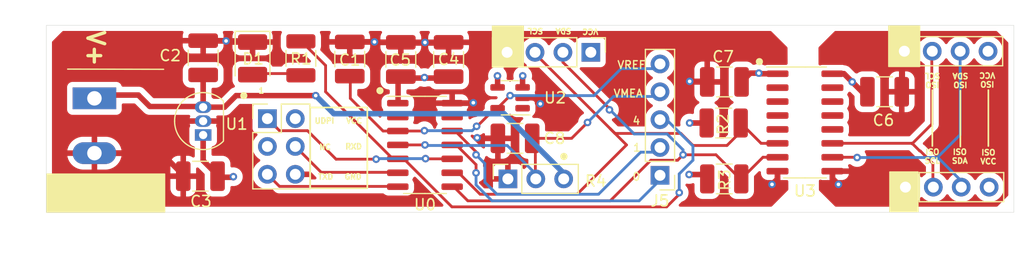
<source format=kicad_pcb>
(kicad_pcb (version 20211014) (generator pcbnew)
  (layers (0 "F.Cu" signal "Front") (1 "In1.Cu" signal) (2 "In2.Cu" signal) (31 "B.Cu" signal "Back") (34 "B.Paste" user) (35 "F.Paste" user) (36 "B.SilkS" user "B.Silkscreen") (37 "F.SilkS" user "F.Silkscreen") (38 "B.Mask" user) (39 "F.Mask" user) (44 "Edge.Cuts" user))
  (net 0 "")
  (net 1 "/VCC")
  (net 2 "/V+")
  (net 3 "/GND")
  (net 4 "/VREF")
  (net 5 "/GPIO2")
  (net 6 "/GPIO1")
  (net 7 "/GPIO0")
  (net 8 "/UPDI")
  (net 9 "/SCL")
  (net 10 "/SDA")
  (net 11 "/TXD")
  (net 12 "/RXD")
  (net 13 "/GPIO4")
  (net 14 "/VMEA")
  (net 15 "/GPIO3")
  (net 24 "/ISO_VCC")
  (net 26 "/ISO_GND")
  (net 27 "/ISO_SDA")
  (net 28 "/ISO_SCL")
  (net 30 "Net-(D1-Pad2)")
  (footprint "Connector_PinHeader_2.54mm:PinHeader_2x03_P2.54mm_Vertical" (layer "F.Cu") (at 128.05 103.2)
    (fp_text reference "J2" hide)
    (fp_text value "Conn_02x03_Odd_Even")
    (fp_line (start 3.87 -1.33) (end 3.87 6.41) (layer "F.SilkS") (width 0.12))
    (fp_line (start 1.27 1.27) (end 1.27 -1.33) (layer "F.SilkS") (width 0.12))
    (fp_line (start -1.33 6.41) (end 3.87 6.41) (layer "F.SilkS") (width 0.12))
    (fp_line (start -1.33 0) (end -1.33 -1.33) (layer "F.SilkS") (width 0.12))
    (fp_line (start 1.27 -1.33) (end 3.87 -1.33) (layer "F.SilkS") (width 0.12))
    (fp_line (start -1.33 1.27) (end -1.33 6.41) (layer "F.SilkS") (width 0.12))
    (fp_line (start -1.33 1.27) (end 1.27 1.27) (layer "F.SilkS") (width 0.12))
    (fp_line (start -1.33 -1.33) (end 0 -1.33) (layer "F.SilkS") (width 0.12))
    (pad "1" thru_hole rect locked (at 0 0) (size 1.7 1.7) (drill 1) (layers *.Cu *.Mask) (net 8 "/UPDI"))
    (pad "2" thru_hole oval locked (at 2.54 0) (size 1.7 1.7) (drill 1) (layers *.Cu *.Mask) (net 1 "/VCC"))
    (pad "3" thru_hole oval locked (at 0 2.54) (size 1.7 1.7) (drill 1) (layers *.Cu *.Mask))
    (pad "4" thru_hole oval locked (at 2.54 2.54) (size 1.7 1.7) (drill 1) (layers *.Cu *.Mask) (net 12 "/RXD"))
    (pad "5" thru_hole oval locked (at 0 5.08) (size 1.7 1.7) (drill 1) (layers *.Cu *.Mask) (net 11 "/TXD"))
    (pad "6" thru_hole oval locked (at 2.54 5.08) (size 1.7 1.7) (drill 1) (layers *.Cu *.Mask) (net 3 "/GND"))
  )
  (footprint "Connector_PinHeader_2.54mm:PinHeader_1x04_P2.54mm_Vertical" (layer "F.Cu") (at 186.15 109.45 90)
    (fp_text reference "J4" hide)
    (fp_text value "Conn_01x04")
    (fp_line (start 1.33 1.27) (end 1.33 8.95) (layer "F.SilkS") (width 0.12))
    (fp_line (start -1.33 1.27) (end -1.33 8.95) (layer "F.SilkS") (width 0.12))
    (fp_line (start -1.33 -1.33) (end 0 -1.33) (layer "F.SilkS") (width 0.12))
    (fp_line (start -1.33 0) (end -1.33 -1.33) (layer "F.SilkS") (width 0.12))
    (fp_line (start -1.33 8.95) (end 1.33 8.95) (layer "F.SilkS") (width 0.12))
    (fp_line (start -1.33 1.27) (end 1.33 1.27) (layer "F.SilkS") (width 0.12))
    (pad "1" thru_hole rect (at 0 0 90) (size 1.7 1.7) (drill 1) (layers *.Cu *.Mask) (net 26 "/ISO_GND"))
    (pad "2" thru_hole oval (at 0 2.54 90) (size 1.7 1.7) (drill 1) (layers *.Cu *.Mask) (net 28 "/ISO_SCL"))
    (pad "3" thru_hole oval (at 0 5.08 90) (size 1.7 1.7) (drill 1) (layers *.Cu *.Mask) (net 27 "/ISO_SDA"))
    (pad "4" thru_hole oval (at 0 7.62 90) (size 1.7 1.7) (drill 1) (layers *.Cu *.Mask) (net 24 "/ISO_VCC"))
  )
  (footprint "Capacitor_SMD:C_1210_3225Metric_Pad1.33x2.70mm_HandSolder" (layer "F.Cu") (at 140.2 97.8 90)
    (fp_text reference "C5" (at -0.05 -0.05 180) (layer "F.SilkS"))
    (fp_text value "10nF")
    (fp_line (start -0.711252 1.36) (end 0.711252 1.36) (layer "F.SilkS") (width 0.12))
    (fp_line (start -0.711252 -1.36) (end 0.711252 -1.36) (layer "F.SilkS") (width 0.12))
    (pad "1" smd roundrect (at -1.5625 0 90) (size 1.325 2.7) (layers "F.Cu" "F.Paste" "F.Mask") (roundrect_rratio 0.1886792453) (net 1 "/VCC"))
    (pad "2" smd roundrect (at 1.5625 0 90) (size 1.325 2.7) (layers "F.Cu" "F.Paste" "F.Mask") (roundrect_rratio 0.1886792453) (net 3 "/GND"))
  )
  (footprint "Package_TO_SOT_SMD:SOT-23-5" (layer "F.Cu") (at 150.15 101.3 180)
    (fp_text reference "U2" (at -4.1 0 180) (layer "F.SilkS"))
    (fp_text value "LM4128")
    (fp_line (start 0 1.56) (end -0.8 1.56) (layer "F.SilkS") (width 0.12))
    (fp_line (start 0 -1.56) (end 0.8 -1.56) (layer "F.SilkS") (width 0.12))
    (fp_line (start 0 1.56) (end 0.8 1.56) (layer "F.SilkS") (width 0.12))
    (fp_line (start 0 -1.56) (end -1.8 -1.56) (layer "F.SilkS") (width 0.12))
    (pad "1" smd roundrect (at -1.1375 -0.95 180) (size 1.325 0.6) (layers "F.Cu" "F.Paste" "F.Mask"))
    (pad "2" smd roundrect (at -1.1375 0 180) (size 1.325 0.6) (layers "F.Cu" "F.Paste" "F.Mask") (net 3 "/GND"))
    (pad "3" smd roundrect (at -1.1375 0.95 180) (size 1.325 0.6) (layers "F.Cu" "F.Paste" "F.Mask") (net 1 "/VCC"))
    (pad "4" smd roundrect (at 1.1375 0.95 180) (size 1.325 0.6) (layers "F.Cu" "F.Paste" "F.Mask") (net 1 "/VCC"))
    (pad "5" smd roundrect (at 1.1375 -0.95 180) (size 1.325 0.6) (layers "F.Cu" "F.Paste" "F.Mask") (net 4 "/VREF"))
  )
  (footprint "Capacitor_SMD:C_1210_3225Metric_Pad1.33x2.70mm_HandSolder" (layer "F.Cu") (at 169.6625 99.85)
    (fp_text reference "C7" (at -0.1125 -2.3) (layer "F.SilkS"))
    (fp_text value "100n")
    (fp_line (start -0.711252 -1.36) (end 0.711252 -1.36) (layer "F.SilkS") (width 0.12))
    (fp_line (start -0.711252 1.36) (end 0.711252 1.36) (layer "F.SilkS") (width 0.12))
    (pad "1" smd roundrect (at -1.5625 0) (size 1.325 2.7) (layers "F.Cu" "F.Paste" "F.Mask") (roundrect_rratio 0.1886792453) (net 3 "/GND"))
    (pad "2" smd roundrect (at 1.5625 0) (size 1.325 2.7) (layers "F.Cu" "F.Paste" "F.Mask") (roundrect_rratio 0.1886792453) (net 1 "/VCC"))
  )
  (footprint "Package_SO:SOP-16_3.9x9.9mm_P1.27mm" (layer "F.Cu") (at 177 103.55)
    (fp_text reference "U3" (at 0 6.25) (layer "F.SilkS"))
    (fp_text value "MAX14850")
    (fp_line (start 0 5.06) (end 1.95 5.06) (layer "F.SilkS") (width 0.12))
    (fp_line (start 0 -5.06) (end -3.5 -5.06) (layer "F.SilkS") (width 0.12))
    (fp_line (start 0 -5.06) (end 1.95 -5.06) (layer "F.SilkS") (width 0.12))
    (fp_line (start 0 5.06) (end -1.95 5.06) (layer "F.SilkS") (width 0.12))
    (pad "1" smd roundrect (at -2.5 -4.445) (size 2 0.6) (layers "F.Cu" "F.Paste" "F.Mask") (net 1 "/VCC"))
    (pad "2" smd roundrect (at -2.5 -3.175) (size 2 0.6) (layers "F.Cu" "F.Paste" "F.Mask"))
    (pad "3" smd roundrect (at -2.5 -1.905) (size 2 0.6) (layers "F.Cu" "F.Paste" "F.Mask"))
    (pad "4" smd roundrect (at -2.5 -0.635) (size 2 0.6) (layers "F.Cu" "F.Paste" "F.Mask"))
    (pad "5" smd roundrect (at -2.5 0.635) (size 2 0.6) (layers "F.Cu" "F.Paste" "F.Mask"))
    (pad "6" smd roundrect (at -2.5 1.905) (size 2 0.6) (layers "F.Cu" "F.Paste" "F.Mask") (net 9 "/SCL"))
    (pad "7" smd roundrect (at -2.5 3.175) (size 2 0.6) (layers "F.Cu" "F.Paste" "F.Mask") (net 10 "/SDA"))
    (pad "8" smd roundrect (at -2.5 4.445) (size 2 0.6) (layers "F.Cu" "F.Paste" "F.Mask") (net 3 "/GND"))
    (pad "9" smd roundrect (at 2.5 4.445) (size 2 0.6) (layers "F.Cu" "F.Paste" "F.Mask") (net 26 "/ISO_GND"))
    (pad "10" smd roundrect (at 2.5 3.175) (size 2 0.6) (layers "F.Cu" "F.Paste" "F.Mask") (net 27 "/ISO_SDA"))
    (pad "11" smd roundrect (at 2.5 1.905) (size 2 0.6) (layers "F.Cu" "F.Paste" "F.Mask") (net 28 "/ISO_SCL"))
    (pad "12" smd roundrect (at 2.5 0.635) (size 2 0.6) (layers "F.Cu" "F.Paste" "F.Mask"))
    (pad "13" smd roundrect (at 2.5 -0.635) (size 2 0.6) (layers "F.Cu" "F.Paste" "F.Mask"))
    (pad "14" smd roundrect (at 2.5 -1.905) (size 2 0.6) (layers "F.Cu" "F.Paste" "F.Mask"))
    (pad "15" smd roundrect (at 2.5 -3.175) (size 2 0.6) (layers "F.Cu" "F.Paste" "F.Mask"))
    (pad "16" smd roundrect (at 2.5 -4.445) (size 2 0.6) (layers "F.Cu" "F.Paste" "F.Mask") (net 24 "/ISO_VCC"))
  )
  (footprint "Capacitor_SMD:C_1210_3225Metric_Pad1.33x2.70mm_HandSolder" (layer "F.Cu") (at 135.55 97.7625 90)
    (fp_text reference "C1" (at -0.0875 0 180) (layer "F.SilkS"))
    (fp_text value "100nF")
    (fp_line (start -0.711252 -1.36) (end 0.711252 -1.36) (layer "F.SilkS") (width 0.12))
    (fp_line (start -0.711252 1.36) (end 0.711252 1.36) (layer "F.SilkS") (width 0.12))
    (pad "1" smd roundrect (at -1.5625 0 90) (size 1.325 2.7) (layers "F.Cu" "F.Paste" "F.Mask") (roundrect_rratio 0.1886792453) (net 4 "/VREF"))
    (pad "2" smd roundrect (at 1.5625 0 90) (size 1.325 2.7) (layers "F.Cu" "F.Paste" "F.Mask") (roundrect_rratio 0.1886792453) (net 3 "/GND"))
  )
  (footprint "Capacitor_SMD:C_1210_3225Metric_Pad1.33x2.70mm_HandSolder" (layer "F.Cu") (at 150.6 105 180)
    (fp_text reference "C8" (at -3.6 0) (layer "F.SilkS"))
    (fp_text value "11nF")
    (fp_line (start -0.711252 1.36) (end 0.711252 1.36) (layer "F.SilkS") (width 0.12))
    (fp_line (start -0.711252 -1.36) (end 0.711252 -1.36) (layer "F.SilkS") (width 0.12))
    (pad "1" smd roundrect (at -1.5625 0 180) (size 1.325 2.7) (layers "F.Cu" "F.Paste" "F.Mask") (roundrect_rratio 0.188679) (net 14 "/VMEA"))
    (pad "2" smd roundrect (at 1.5625 0 180) (size 1.325 2.7) (layers "F.Cu" "F.Paste" "F.Mask") (roundrect_rratio 0.188679) (net 3 "/GND"))
  )
  (footprint "Connector_PinHeader_2.54mm:PinHeader_1x04_P2.54mm_Vertical" (layer "F.Cu") (at 157.5 97.15 -90)
    (fp_text reference "J1" hide)
    (fp_text value "Conn_01x04")
    (fp_line (start -1.33 8.95) (end 1.33 8.95) (layer "F.SilkS") (width 0.12))
    (fp_line (start -1.33 1.27) (end 1.33 1.27) (layer "F.SilkS") (width 0.12))
    (fp_line (start -1.33 1.27) (end -1.33 8.95) (layer "F.SilkS") (width 0.12))
    (fp_line (start -1.33 -1.33) (end 0 -1.33) (layer "F.SilkS") (width 0.12))
    (fp_line (start -1.33 0) (end -1.33 -1.33) (layer "F.SilkS") (width 0.12))
    (fp_line (start 1.33 1.27) (end 1.33 8.95) (layer "F.SilkS") (width 0.12))
    (pad "1" thru_hole rect (at 0 0 270) (size 1.7 1.7) (drill 1) (layers *.Cu *.Mask) (net 1 "/VCC"))
    (pad "2" thru_hole oval (at 0 2.54 270) (size 1.7 1.7) (drill 1) (layers *.Cu *.Mask) (net 10 "/SDA"))
    (pad "3" thru_hole oval (at 0 5.08 270) (size 1.7 1.7) (drill 1) (layers *.Cu *.Mask) (net 9 "/SCL"))
    (pad "4" thru_hole oval (at 0 7.62 270) (size 1.7 1.7) (drill 1) (layers *.Cu *.Mask) (net 3 "/GND"))
  )
  (footprint "Resistor_SMD:R_1210_3225Metric_Pad1.30x2.65mm_HandSolder" (layer "F.Cu") (at 169.6 103.6)
    (fp_text reference "R2" (at -0.05 0.1 270) (layer "F.SilkS"))
    (fp_text value "3.3k")
    (fp_line (start -0.723737 -1.355) (end 0.723737 -1.355) (layer "F.SilkS") (width 0.12))
    (fp_line (start -0.723737 1.355) (end 0.723737 1.355) (layer "F.SilkS") (width 0.12))
    (pad "1" smd roundrect (at -1.55 0) (size 1.3 2.65) (layers "F.Cu" "F.Paste" "F.Mask") (roundrect_rratio 0.1923076923) (net 1 "/VCC"))
    (pad "2" smd roundrect (at 1.55 0) (size 1.3 2.65) (layers "F.Cu" "F.Paste" "F.Mask") (roundrect_rratio 0.1923076923) (net 9 "/SCL"))
  )
  (footprint "Package_TO_SOT_THT:TO-92_Inline" (layer "F.Cu") (at 122.2 104.695 90)
    (fp_text reference "U1" (at 0.995 3.05) (layer "F.SilkS"))
    (fp_text value "L78L05_TO92")
    (fp_line (start -0.53 1.85) (end 3.07 1.85) (layer "F.SilkS") (width 0.12))
    (fp_arc (start -0.568478 1.838478) (mid -1.132087 -0.994977) (end 1.27 -2.6) (layer "F.SilkS") (width 0.12))
    (fp_arc (start 1.27 -2.6) (mid 3.672087 -0.994977) (end 3.108478 1.838478) (layer "F.SilkS") (width 0.12))
    (pad "1" thru_hole rect (at 0 0 90) (size 1.05 1.5) (drill 0.75) (layers *.Cu *.Mask) (net 1 "/VCC"))
    (pad "2" thru_hole oval (at 1.27 0 90) (size 1.05 1.5) (drill 0.75) (layers *.Cu *.Mask) (net 3 "/GND"))
    (pad "3" thru_hole oval (at 2.54 0 90) (size 1.05 1.5) (drill 0.75) (layers *.Cu *.Mask) (net 2 "/V+"))
  )
  (footprint "Connector_PinSocket_2.54mm:PinSocket_1x03_P2.54mm_Vertical" (layer "F.Cu") (at 149.95 108.7 90)
    (fp_text reference "R4" (at -0.2 8) (layer "F.SilkS"))
    (fp_text value "MPMT10019001AT1")
    (fp_line (start -1.33 1.27) (end 1.33 1.27) (layer "F.SilkS") (width 0.12))
    (fp_line (start 1.33 1.27) (end 1.33 6.41) (layer "F.SilkS") (width 0.12))
    (fp_line (start 1.33 -1.33) (end 1.33 0) (layer "F.SilkS") (width 0.12))
    (fp_line (start -1.33 6.41) (end 1.33 6.41) (layer "F.SilkS") (width 0.12))
    (fp_line (start 0 -1.33) (end 1.33 -1.33) (layer "F.SilkS") (width 0.12))
    (fp_line (start -1.33 1.27) (end -1.33 6.41) (layer "F.SilkS") (width 0.12))
    (pad "1" thru_hole rect (at 0 0 90) (size 1.7 1.7) (drill 1) (layers *.Cu *.Mask) (net 3 "/GND"))
    (pad "2" thru_hole oval (at 0 2.54 90) (size 1.7 1.7) (drill 1) (layers *.Cu *.Mask) (net 14 "/VMEA"))
    (pad "3" thru_hole oval (at 0 5.08 90) (size 1.7 1.7) (drill 1) (layers *.Cu *.Mask) (net 2 "/V+"))
  )
  (footprint "Package_SO:SOIC-14_3.9x8.7mm_P1.27mm" (layer "F.Cu") (at 142.4 105.6)
    (fp_text reference "U0" (at 0 5.45) (layer "F.SilkS"))
    (fp_text value "ATtiny404-SS")
    (fp_line (start 0 4.435) (end 1.95 4.435) (layer "F.SilkS") (width 0.12))
    (fp_line (start 0 -4.435) (end 1.95 -4.435) (layer "F.SilkS") (width 0.12))
    (fp_line (start 0 4.435) (end -1.95 4.435) (layer "F.SilkS") (width 0.12))
    (fp_line (start 0 -4.435) (end -3.45 -4.435) (layer "F.SilkS") (width 0.12))
    (pad "1" smd roundrect (at -2.475 -3.81) (size 1.95 0.6) (layers "F.Cu" "F.Paste" "F.Mask") (net 1 "/VCC"))
    (pad "2" smd roundrect (at -2.475 -2.54) (size 1.95 0.6) (layers "F.Cu" "F.Paste" "F.Mask") (net 15 "/GPIO3"))
    (pad "3" smd roundrect (at -2.475 -1.27) (size 1.95 0.6) (layers "F.Cu" "F.Paste" "F.Mask") (net 4 "/VREF"))
    (pad "4" smd roundrect (at -2.475 0) (size 1.95 0.6) (layers "F.Cu" "F.Paste" "F.Mask") (net 14 "/VMEA"))
    (pad "5" smd roundrect (at -2.475 1.27) (size 1.95 0.6) (layers "F.Cu" "F.Paste" "F.Mask") (net 13 "/GPIO4"))
    (pad "6" smd roundrect (at -2.475 2.54) (size 1.95 0.6) (layers "F.Cu" "F.Paste" "F.Mask") (net 12 "/RXD"))
    (pad "7" smd roundrect (at -2.475 3.81) (size 1.95 0.6) (layers "F.Cu" "F.Paste" "F.Mask") (net 11 "/TXD"))
    (pad "8" smd roundrect (at 2.475 3.81) (size 1.95 0.6) (layers "F.Cu" "F.Paste" "F.Mask") (net 10 "/SDA"))
    (pad "9" smd roundrect (at 2.475 2.54) (size 1.95 0.6) (layers "F.Cu" "F.Paste" "F.Mask") (net 9 "/SCL"))
    (pad "10" smd roundrect (at 2.475 1.27) (size 1.95 0.6) (layers "F.Cu" "F.Paste" "F.Mask") (net 8 "/UPDI"))
    (pad "11" smd roundrect (at 2.475 0) (size 1.95 0.6) (layers "F.Cu" "F.Paste" "F.Mask") (net 7 "/GPIO0"))
    (pad "12" smd roundrect (at 2.475 -1.27) (size 1.95 0.6) (layers "F.Cu" "F.Paste" "F.Mask") (net 6 "/GPIO1"))
    (pad "13" smd roundrect (at 2.475 -2.54) (size 1.95 0.6) (layers "F.Cu" "F.Paste" "F.Mask") (net 5 "/GPIO2"))
    (pad "14" smd roundrect (at 2.475 -3.81) (size 1.95 0.6) (layers "F.Cu" "F.Paste" "F.Mask") (net 3 "/GND"))
  )
  (footprint "Resistor_SMD:R_1210_3225Metric_Pad1.30x2.65mm_HandSolder" (layer "F.Cu") (at 169.65 108.7)
    (fp_text reference "R3" (at 0.05 0.1 270) (layer "F.SilkS"))
    (fp_text value "3.3k")
    (fp_line (start -0.723737 -1.355) (end 0.723737 -1.355) (layer "F.SilkS") (width 0.12))
    (fp_line (start -0.723737 1.355) (end 0.723737 1.355) (layer "F.SilkS") (width 0.12))
    (pad "1" smd roundrect (at -1.55 0) (size 1.3 2.65) (layers "F.Cu" "F.Paste" "F.Mask") (roundrect_rratio 0.1923076923) (net 1 "/VCC"))
    (pad "2" smd roundrect (at 1.55 0) (size 1.3 2.65) (layers "F.Cu" "F.Paste" "F.Mask") (roundrect_rratio 0.1923076923) (net 10 "/SDA"))
  )
  (footprint "Capacitor_SMD:C_1210_3225Metric_Pad1.33x2.70mm_HandSolder" (layer "F.Cu") (at 144.55 97.8 90)
    (fp_text reference "C4" (at 0 0 180) (layer "F.SilkS"))
    (fp_text value "100nF")
    (fp_line (start -0.711252 -1.36) (end 0.711252 -1.36) (layer "F.SilkS") (width 0.12))
    (fp_line (start -0.711252 1.36) (end 0.711252 1.36) (layer "F.SilkS") (width 0.12))
    (pad "1" smd roundrect (at -1.5625 0 90) (size 1.325 2.7) (layers "F.Cu" "F.Paste" "F.Mask") (roundrect_rratio 0.1886792453) (net 1 "/VCC"))
    (pad "2" smd roundrect (at 1.5625 0 90) (size 1.325 2.7) (layers "F.Cu" "F.Paste" "F.Mask") (roundrect_rratio 0.1886792453) (net 3 "/GND"))
  )
  (footprint "Connector_PinHeader_2.54mm:PinHeader_1x05_P2.54mm_Vertical" (layer "F.Cu") (at 163.8 108.375 180)
    (fp_text reference "J5" (at 0 -2.33) (layer "F.SilkS"))
    (fp_text value "Conn_01x05")
    (fp_line (start -1.33 -1.33) (end 0 -1.33) (layer "F.SilkS") (width 0.12))
    (fp_line (start -1.33 11.49) (end 1.33 11.49) (layer "F.SilkS") (width 0.12))
    (fp_line (start 1.33 1.27) (end 1.33 11.49) (layer "F.SilkS") (width 0.12))
    (fp_line (start -1.33 1.27) (end -1.33 11.49) (layer "F.SilkS") (width 0.12))
    (fp_line (start -1.33 0) (end -1.33 -1.33) (layer "F.SilkS") (width 0.12))
    (fp_line (start -1.33 1.27) (end 1.33 1.27) (layer "F.SilkS") (width 0.12))
    (pad "1" thru_hole rect (at 0 0 180) (size 1.7 1.7) (drill 1) (layers *.Cu *.Mask) (net 7 "/GPIO0"))
    (pad "2" thru_hole oval (at 0 2.54 180) (size 1.7 1.7) (drill 1) (layers *.Cu *.Mask) (net 6 "/GPIO1"))
    (pad "3" thru_hole oval (at 0 5.08 180) (size 1.7 1.7) (drill 1) (layers *.Cu *.Mask) (net 13 "/GPIO4"))
    (pad "4" thru_hole oval (at 0 7.62 180) (size 1.7 1.7) (drill 1) (layers *.Cu *.Mask) (net 14 "/VMEA"))
    (pad "5" thru_hole oval (at 0 10.16 180) (size 1.7 1.7) (drill 1) (layers *.Cu *.Mask) (net 4 "/VREF"))
  )
  (footprint "Capacitor_SMD:C_1210_3225Metric_Pad1.33x2.70mm_HandSolder" (layer "F.Cu") (at 184.25 100.75)
    (fp_text reference "C6" (at -0.1 2.6) (layer "F.SilkS"))
    (fp_text value "100n")
    (fp_line (start -0.711252 1.36) (end 0.711252 1.36) (layer "F.SilkS") (width 0.12))
    (fp_line (start -0.711252 -1.36) (end 0.711252 -1.36) (layer "F.SilkS") (width 0.12))
    (pad "1" smd roundrect (at -1.5625 0) (size 1.325 2.7) (layers "F.Cu" "F.Paste" "F.Mask") (roundrect_rratio 0.1886792453) (net 24 "/ISO_VCC"))
    (pad "2" smd roundrect (at 1.5625 0) (size 1.325 2.7) (layers "F.Cu" "F.Paste" "F.Mask") (roundrect_rratio 0.1886792453) (net 26 "/ISO_GND"))
  )
  (footprint "LED_SMD:LED_1210_3225Metric_Pad1.42x2.65mm_HandSolder" (layer "F.Cu") (at 126.7 97.7 -90)
    (fp_text reference "D1" (at 0.05 -0.05 180) (layer "F.SilkS"))
    (fp_text value "LED")
    (fp_line (start -2.46 1.585) (end 1.6 1.585) (layer "F.SilkS") (width 0.12))
    (fp_line (start -2.46 -1.585) (end -2.46 1.585) (layer "F.SilkS") (width 0.12))
    (fp_line (start 1.6 -1.585) (end -2.46 -1.585) (layer "F.SilkS") (width 0.12))
    (pad "1" smd roundrect (at -1.4875 0 270) (size 1.425 2.65) (layers "F.Cu" "F.Paste" "F.Mask") (roundrect_rratio 0.1754392982) (net 3 "/GND"))
    (pad "2" smd roundrect (at 1.4875 0 270) (size 1.425 2.65) (layers "F.Cu" "F.Paste" "F.Mask") (roundrect_rratio 0.1754392982) (net 30 "Net-(D1-Pad2)"))
  )
  (footprint "TerminalBlock:TerminalBlock_Altech_AK300-2_P5.00mm" (layer "F.Cu") (at 112.3 101.35 -90)
    (fp_text reference "J0" hide)
    (fp_text value "Conn_02x01")
    (fp_line (start 8.2 -1.2) (end 8.2 -6.3) (layer "F.SilkS") (width 0.12))
    (fp_line (start -2.65 -6.3) (end -2.667 2.4384) (layer "F.SilkS") (width 0.12))
    (fp_line (start 8.2 -1.2) (end 8.2042 2.4384) (layer "F.SilkS") (width 0.12))
    (pad "1" thru_hole rect (at 0 0 270) (size 1.98 3.96) (drill 1.32) (layers *.Cu *.Mask) (net 2 "/V+"))
    (pad "2" thru_hole oval (at 5 0 270) (size 1.98 3.96) (drill 1.32) (layers *.Cu *.Mask) (net 3 "/GND"))
  )
  (footprint "Connector_PinHeader_2.54mm:PinHeader_1x04_P2.54mm_Vertical" (layer "F.Cu") (at 186.05 97.05 90)
    (fp_text reference "J3" hide)
    (fp_text value "Conn_01x04")
    (fp_line (start 1.33 1.27) (end 1.33 8.95) (layer "F.SilkS") (width 0.12))
    (fp_line (start -1.33 1.27) (end 1.33 1.27) (layer "F.SilkS") (width 0.12))
    (fp_line (start -1.33 8.95) (end 1.33 8.95) (layer "F.SilkS") (width 0.12))
    (fp_line (start -1.33 1.27) (end -1.33 8.95) (layer "F.SilkS") (width 0.12))
    (fp_line (start -1.33 0) (end -1.33 -1.33) (layer "F.SilkS") (width 0.12))
    (fp_line (start -1.33 -1.33) (end 0 -1.33) (layer "F.SilkS") (width 0.12))
    (pad "1" thru_hole rect (at 0 0 90) (size 1.7 1.7) (drill 1) (layers *.Cu *.Mask) (net 26 "/ISO_GND"))
    (pad "2" thru_hole oval (at 0 2.54 90) (size 1.7 1.7) (drill 1) (layers *.Cu *.Mask) (net 28 "/ISO_SCL"))
    (pad "3" thru_hole oval (at 0 5.08 90) (size 1.7 1.7) (drill 1) (layers *.Cu *.Mask) (net 27 "/ISO_SDA"))
    (pad "4" thru_hole oval (at 0 7.62 90) (size 1.7 1.7) (drill 1) (layers *.Cu *.Mask) (net 24 "/ISO_VCC"))
  )
  (footprint "Capacitor_SMD:C_1210_3225Metric_Pad1.33x2.70mm_HandSolder" (layer "F.Cu") (at 121.95 108.45 180)
    (fp_text reference "C3" (at -0.05 -2.3) (layer "F.SilkS"))
    (fp_text value "100n")
    (fp_line (start -0.711252 -1.36) (end 0.711252 -1.36) (layer "F.SilkS") (width 0.12))
    (fp_line (start -0.711252 1.36) (end 0.711252 1.36) (layer "F.SilkS") (width 0.12))
    (pad "1" smd roundrect (at -1.5625 0 180) (size 1.325 2.7) (layers "F.Cu" "F.Paste" "F.Mask") (roundrect_rratio 0.1886792453) (net 1 "/VCC"))
    (pad "2" smd roundrect (at 1.5625 0 180) (size 1.325 2.7) (layers "F.Cu" "F.Paste" "F.Mask") (roundrect_rratio 0.1886792453) (net 3 "/GND"))
  )
  (footprint "Resistor_SMD:R_1210_3225Metric_Pad1.30x2.65mm_HandSolder" (layer "F.Cu") (at 131.1 97.7 -90)
    (fp_text reference "R1" (at 0.05 0) (layer "F.SilkS"))
    (fp_text value "100")
    (fp_line (start -0.723737 -1.355) (end 0.723737 -1.355) (layer "F.SilkS") (width 0.12))
    (fp_line (start -0.723737 1.355) (end 0.723737 1.355) (layer "F.SilkS") (width 0.12))
    (pad "1" smd roundrect (at -1.55 0 270) (size 1.3 2.65) (layers "F.Cu" "F.Paste" "F.Mask") (roundrect_rratio 0.1923076923) (net 13 "/GPIO4"))
    (pad "2" smd roundrect (at 1.55 0 270) (size 1.3 2.65) (layers "F.Cu" "F.Paste" "F.Mask") (roundrect_rratio 0.1923076923) (net 30 "Net-(D1-Pad2)"))
  )
  (footprint "Capacitor_SMD:C_1210_3225Metric_Pad1.33x2.70mm_HandSolder" (layer "F.Cu") (at 122.2 97.65 90)
    (fp_text reference "C2" (at 0.2 -3) (layer "F.SilkS"))
    (fp_text value "330n")
    (fp_line (start -0.711252 -1.36) (end 0.711252 -1.36) (layer "F.SilkS") (width 0.12))
    (fp_line (start -0.711252 1.36) (end 0.711252 1.36) (layer "F.SilkS") (width 0.12))
    (pad "1" smd roundrect (at -1.5625 0 90) (size 1.325 2.7) (layers "F.Cu" "F.Paste" "F.Mask") (roundrect_rratio 0.1886792453) (net 2 "/V+"))
    (pad "2" smd roundrect (at 1.5625 0 90) (size 1.325 2.7) (layers "F.Cu" "F.Paste" "F.Mask") (roundrect_rratio 0.1886792453) (net 3 "/GND"))
  )
  (gr_rect (start 107.95 108.25) (end 118.7 111.75) (layer "F.SilkS") (width 0.1) (fill solid))
  (gr_rect (start 184.62 94.72) (end 187.45 98.45) (layer "F.SilkS") (width 0.1) (fill solid))
  (gr_circle (center 155.05 106.65) (end 155.3 106.65) (layer "F.SilkS") (width 0.1524) (fill solid))
  (gr_circle (center 125.9 101.1) (end 126.15 101.1) (layer "F.SilkS") (width 0.1524) (fill solid))
  (gr_rect (start 137.15 102.185) (end 131.95 109.55) (layer "F.SilkS") (width 0.1524) (fill none))
  (gr_rect (start 148.535 94.75) (end 151.365 98.48) (layer "F.SilkS") (width 0.1) (fill solid))
  (gr_circle (center 172.85 98) (end 173.1 98) (layer "F.SilkS") (width 0.1524) (fill solid))
  (gr_circle (center 138.3 100.65) (end 138.55 100.65) (layer "F.SilkS") (width 0.1524) (fill solid))
  (gr_line (start 188.6 100.6) (end 188.6 105.7) (layer "F.SilkS") (width 0.1524))
  (gr_line (start 193.7 100.6) (end 193.7 105.7) (layer "F.SilkS") (width 0.1524))
  (gr_rect (start 187.3 111.69) (end 184.72 108.06) (layer "F.SilkS") (width 0.1) (fill solid))
  (gr_line (start 191.15 100.65) (end 191.15 105.75) (layer "F.SilkS") (width 0.1524))
  (gr_rect (start 107.925 94.692) (end 196.025 111.742) (layer "Edge.Cuts") (width 0.0381) (fill none))
  (gr_text "VREF" (at 161.2 98.3) (layer "F.SilkS") (effects (font (size 0.7 0.7) (thickness 0.125))))
  (gr_text "TXD" (at 133.35 108.5) (layer "F.SilkS") (effects (font (size 0.5 0.5) (thickness 0.125))))
  (gr_text "V+" (at 112.4 96.8 270) (layer "F.SilkS") (effects (font (size 1.524 1.524) (thickness 0.3048))))
  (gr_text "ISO\nSCL\n" (at 188.6 99.7 180) (layer "F.SilkS") (effects (font (size 0.5 0.5) (thickness 0.125))))
  (gr_text "UDPI\n" (at 133.25 103.4) (layer "F.SilkS") (effects (font (size 0.5 0.5) (thickness 0.125))))
  (gr_text "SCL\n" (at 152.45 95.2 180) (layer "F.SilkS") (effects (font (size 0.5 0.5) (thickness 0.125))))
  (gr_text "VMEA" (at 160.9 100.9) (layer "F.SilkS") (effects (font (size 0.7 0.7) (thickness 0.125))))
  (gr_text "ISO\nVCC" (at 193.7 106.7) (layer "F.SilkS") (effects (font (size 0.5 0.5) (thickness 0.125))))
  (gr_text "VCC" (at 135.95 103.4) (layer "F.SilkS") (effects (font (size 0.5 0.5) (thickness 0.125))))
  (gr_text "NC" (at 133.3 105.8) (layer "F.SilkS") (effects (font (size 0.5 0.5) (thickness 0.125))))
  (gr_text "4" (at 161.65 103.4) (layer "F.SilkS") (effects (font (size 0.7 0.7) (thickness 0.125))))
  (gr_text "ISO\nSCL\n" (at 188.6 106.65) (layer "F.SilkS") (effects (font (size 0.5 0.5) (thickness 0.125))))
  (gr_text "RXD" (at 135.9 105.75) (layer "F.SilkS") (effects (font (size 0.5 0.5) (thickness 0.125))))
  (gr_text "1\n" (at 127.5 100.65) (layer "F.SilkS") (effects (font (size 0.5 0.5) (thickness 0.125))))
  (gr_text "1" (at 161.7 105.85) (layer "F.SilkS") (effects (font (size 0.7 0.7) (thickness 0.125))))
  (gr_text "GND" (at 135.85 108.5) (layer "F.SilkS") (effects (font (size 0.5 0.5) (thickness 0.125))))
  (gr_text "SDA" (at 155 95.2 180) (layer "F.SilkS") (effects (font (size 0.5 0.5) (thickness 0.125))))
  (gr_text "VCC" (at 157.45 95.25 180) (layer "F.SilkS") (effects (font (size 0.5 0.5) (thickness 0.125))))
  (gr_text "ISO\nSDA" (at 191.1 106.65) (layer "F.SilkS") (effects (font (size 0.5 0.5) (thickness 0.125))))
  (gr_text "ISO\nSDA" (at 191.15 99.7 180) (layer "F.SilkS") (effects (font (size 0.5 0.5) (thickness 0.125))))
  (gr_text "0\n" (at 161.65 108.5) (layer "F.SilkS") (effects (font (size 0.7 0.7) (thickness 0.125))))
  (gr_text "ISO\nVCC\n" (at 193.6 99.65 180) (layer "F.SilkS") (effects (font (size 0.5 0.5) (thickness 0.125))))
  (segment (start 149.0125 99.3125) (end 149.0125 100.35) (width 0.5) (layer "F.Cu") (net 1))
  (segment (start 140.3375 99.5) (end 144.4125 99.5) (width 0.5) (layer "F.Cu") (net 1))
  (segment (start 166.5 103.6) (end 168.05 103.6) (width 0.508) (layer "F.Cu") (net 1))
  (segment (start 144.4125 99.5) (end 144.55 99.3625) (width 0.5) (layer "F.Cu") (net 1))
  (segment (start 172.8 99.05) (end 172.855 99.105) (width 0.508) (layer "F.Cu") (net 1))
  (segment (start 149 99.3) (end 149.0125 99.3125) (width 0.5) (layer "F.Cu") (net 1))
  (segment (start 123.7175 108.55) (end 122.2 107.0325) (width 0.508) (layer "F.Cu") (net 1))
  (segment (start 151.2875 99.3125) (end 151.2875 100.35) (width 0.5) (layer "F.Cu") (net 1))
  (segment (start 151.3 99.3) (end 151.2875 99.3125) (width 0.5) (layer "F.Cu") (net 1))
  (segment (start 167.7 108.3) (end 168.1 108.7) (width 0.508) (layer "F.Cu") (net 1))
  (segment (start 139.95 101.765) (end 139.925 101.79) (width 0.5) (layer "F.Cu") (net 1))
  (segment (start 172.855 99.105) (end 174.5 99.105) (width 0.508) (layer "F.Cu") (net 1))
  (segment (start 140.3375 99.5) (end 139.95 99.8875) (width 0.5) (layer "F.Cu") (net 1))
  (segment (start 140.2 99.3625) (end 140.3375 99.5) (width 0.5) (layer "F.Cu") (net 1))
  (segment (start 139.95 99.8875) (end 139.95 101.765) (width 0.5) (layer "F.Cu") (net 1))
  (segment (start 124.95 108.5) (end 124.9 108.55) (width 0.508) (layer "F.Cu") (net 1))
  (segment (start 172.025 99.05) (end 171.225 99.85) (width 0.508) (layer "F.Cu") (net 1))
  (segment (start 122.2 107.0325) (end 122.2 104.695) (width 0.508) (layer "F.Cu") (net 1))
  (segment (start 172.7625 99.05) (end 172.025 99.05) (width 0.508) (layer "F.Cu") (net 1))
  (segment (start 124.9 108.55) (end 123.7175 108.55) (width 0.508) (layer "F.Cu") (net 1))
  (segment (start 166.45 108.3) (end 167.7 108.3) (width 0.508) (layer "F.Cu") (net 1))
  (via (at 166.5 103.6) (size 0.6858) (drill 0.3302) (layers "F.Cu" "B.Cu") (net 1))
  (via (at 166.45 108.3) (size 0.6858) (drill 0.3302) (layers "F.Cu" "B.Cu") (net 1))
  (via (at 151.3 99.3) (size 0.6858) (drill 0.3302) (layers "F.Cu" "B.Cu") (net 1))
  (via (at 142.35 99.45) (size 0.6858) (drill 0.3302) (layers "F.Cu" "B.Cu") (net 1))
  (via (at 124.95 108.5) (size 0.6858) (drill 0.3302) (layers "F.Cu" "B.Cu") (net 1))
  (via (at 172.8 99.05) (size 0.6858) (drill 0.3302) (layers "F.Cu" "B.Cu") (net 1))
  (via (at 149 99.3) (size 0.6858) (drill 0.3302) (layers "F.Cu" "B.Cu") (net 1))
  (segment (start 125.2 101.1) (end 124.145 102.155) (width 0.5) (layer "F.Cu") (net 2))
  (segment (start 122.14 102.095) (end 122.2 102.155) (width 0.5) (layer "F.Cu") (net 2))
  (segment (start 116.3 101.05) (end 112.3 101.05) (width 0.508) (layer "F.Cu") (net 2))
  (segment (start 122.2 99.2125) (end 122.2 102.155) (width 0.508) (layer "F.Cu") (net 2))
  (segment (start 112.3 101.05) (end 112.2 101.15) (width 0.508) (layer "F.Cu") (net 2))
  (segment (start 132.45 101.1) (end 125.2 101.1) (width 0.5) (layer "F.Cu") (net 2))
  (segment (start 117.342 102.095) (end 122.14 102.095) (width 0.5) (layer "F.Cu") (net 2))
  (segment (start 117.3 102.05) (end 116.3 101.05) (width 0.508) (layer "F.Cu") (net 2))
  (segment (start 124.145 102.155) (end 122.2 102.155) (width 0.5) (layer "F.Cu") (net 2))
  (via (at 132.45 101.1) (size 0.6858) (drill 0.3302) (layers "F.Cu" "B.Cu") (net 2))
  (segment (start 132.45 101.1) (end 134.1 102.75) (width 0.5) (layer "B.Cu") (net 2))
  (segment (start 155.33 108.48) (end 155.33 108.55) (width 0.5) (layer "B.Cu") (net 2))
  (segment (start 134.1 102.75) (end 149.6 102.75) (width 0.5) (layer "B.Cu") (net 2))
  (segment (start 149.6 102.75) (end 155.33 108.48) (width 0.5) (layer "B.Cu") (net 2))
  (segment (start 168.05 99.8) (end 168.1 99.85) (width 0.508) (layer "F.Cu") (net 3))
  (segment (start 146.8 101.75) (end 146.76 101.79) (width 0.5) (layer "F.Cu") (net 3))
  (segment (start 152.35 101.3) (end 151.2875 101.3) (width 0.5) (layer "F.Cu") (net 3))
  (segment (start 149.0375 105) (end 147.2 105) (width 0.5) (layer "F.Cu") (net 3))
  (segment (start 146.76 101.79) (end 144.875 101.79) (width 0.5) (layer "F.Cu") (net 3))
  (segment (start 144.4875 96.3) (end 144.55 96.2375) (width 0.5) (layer "F.Cu") (net 3))
  (segment (start 152.9 101.85) (end 152.35 101.3) (width 0.5) (layer "F.Cu") (net 3))
  (segment (start 112.4 106.35) (end 118.3925 106.35) (width 0.508) (layer "F.Cu") (net 3))
  (segment (start 174 109.2) (end 174.5 108.7) (width 0.508) (layer "F.Cu") (net 3))
  (segment (start 137.8 96.2) (end 135.8375 96.2) (width 0.508) (layer "F.Cu") (net 3))
  (segment (start 118.3925 106.35) (end 120.1375 108.095) (width 0.508) (layer "F.Cu") (net 3))
  (segment (start 140.2 96.2375) (end 140.2625 96.3) (width 0.5) (layer "F.Cu") (net 3))
  (segment (start 126.6 96.1125) (end 124.2875 96.1125) (width 0.508) (layer "F.Cu") (net 3))
  (segment (start 124.2875 96.1125) (end 122.225 96.1125) (width 0.508) (layer "F.Cu") (net 3))
  (segment (start 122.225 96.1125) (end 122.2 96.0875) (width 0.508) (layer "F.Cu") (net 3))
  (segment (start 166.5 99.8) (end 168.05 99.8) (width 0.508) (layer "F.Cu") (net 3))
  (segment (start 137.8 96.2) (end 137.8375 96.2375) (width 0.508) (layer "F.Cu") (net 3))
  (segment (start 137.8375 96.2375) (end 140.2 96.2375) (width 0.508) (layer "F.Cu") (net 3))
  (segment (start 174.5 108.7) (end 174.5 107.995) (width 0.508) (layer "F.Cu") (net 3))
  (segment (start 135.8375 96.2) (end 135.55 96.4875) (width 0.508) (layer "F.Cu") (net 3))
  (segment (start 140.2625 96.3) (end 144.4875 96.3) (width 0.5) (layer "F.Cu") (net 3))
  (segment (start 147.2 105) (end 147.15 104.95) (width 0.5) (layer "F.Cu") (net 3))
  (via (at 146.8 101.75) (size 0.6858) (drill 0.3302) (layers "F.Cu" "B.Cu") (net 3))
  (via (at 137.8 96.2) (size 0.6858) (drill 0.3302) (layers "F.Cu" "B.Cu") (net 3))
  (via (at 124.2875 96.1125) (size 0.6858) (drill 0.3302) (layers "F.Cu" "B.Cu") (net 3))
  (via (at 174 109.2) (size 0.6858) (drill 0.3302) (layers "F.Cu" "B.Cu") (net 3))
  (via (at 147.15 104.95) (size 0.6858) (drill 0.3302) (layers "F.Cu" "B.Cu") (net 3))
  (via (at 142.4 96.25) (size 0.6858) (drill 0.3302) (layers "F.Cu" "B.Cu") (net 3))
  (via (at 152.9 101.85) (size 0.6858) (drill 0.3302) (layers "F.Cu" "B.Cu") (net 3))
  (via (at 166.5 99.8) (size 0.6858) (drill 0.3302) (layers "F.Cu" "B.Cu") (net 3))
  (segment (start 148.8 102.25) (end 149.0125 102.25) (width 0.254) (layer "F.Cu") (net 4))
  (segment (start 149.0125 102.2375) (end 149.0125 102.25) (width 0.254) (layer "F.Cu") (net 4))
  (segment (start 139.925 104.33) (end 138.58 104.33) (width 0.254) (layer "F.Cu") (net 4))
  (segment (start 142.32 104.33) (end 139.925 104.33) (width 0.254) (layer "F.Cu") (net 4))
  (segment (start 142.35 104.3) (end 142.32 104.33) (width 0.254) (layer "F.Cu") (net 4))
  (segment (start 150.15 101.1) (end 149.0125 102.2375) (width 0.254) (layer "F.Cu") (net 4))
  (segment (start 135.6 101.35) (end 135.6 99.375) (width 0.254) (layer "F.Cu") (net 4))
  (segment (start 135.6 99.375) (end 135.55 99.325) (width 0.254) (layer "F.Cu") (net 4))
  (segment (start 147.1 103.9) (end 147.15 103.9) (width 0.254) (layer "F.Cu") (net 4))
  (segment (start 147.15 103.9) (end 148.8 102.25) (width 0.254) (layer "F.Cu") (net 4))
  (segment (start 138.58 104.33) (end 135.6 101.35) (width 0.254) (layer "F.Cu") (net 4))
  (via (at 147.1 103.9) (size 0.6858) (drill 0.3302) (layers "F.Cu" "B.Cu") (net 4))
  (via (at 150.15 101.1) (size 0.6858) (drill 0.3302) (layers "F.Cu" "B.Cu") (net 4))
  (via (at 142.35 104.3) (size 0.6858) (drill 0.3302) (layers "F.Cu" "B.Cu") (net 4))
  (segment (start 160.26 98.64) (end 163.8 98.64) (width 0.254) (layer "B.Cu") (net 4))
  (segment (start 146.7 104.3) (end 142.35 104.3) (width 0.254) (layer "B.Cu") (net 4))
  (segment (start 157.8 101.1) (end 160.26 98.64) (width 0.254) (layer "B.Cu") (net 4))
  (segment (start 147.1 103.9) (end 146.7 104.3) (width 0.254) (layer "B.Cu") (net 4))
  (segment (start 150.15 101.1) (end 157.8 101.1) (width 0.254) (layer "B.Cu") (net 4))
  (segment (start 147.05 106.5) (end 147.05 106.229337) (width 0.254) (layer "F.Cu") (net 6))
  (segment (start 145.150663 104.33) (end 144.875 104.33) (width 0.254) (layer "F.Cu") (net 6))
  (segment (start 147.05 106.229337) (end 145.150663 104.33) (width 0.254) (layer "F.Cu") (net 6))
  (via (at 147.05 106.5) (size 0.6858) (drill 0.3302) (layers "F.Cu" "B.Cu") (net 6))
  (segment (start 147.85 107.3) (end 147.85 109) (width 0.254) (layer "B.Cu") (net 6))
  (segment (start 147.05 106.5) (end 147.85 107.3) (width 0.254) (layer "B.Cu") (net 6))
  (segment (start 148.95 110.1) (end 158.2 110.1) (width 0.254) (layer "B.Cu") (net 6))
  (segment (start 162.04 106.26) (end 163.8 106.26) (width 0.254) (layer "B.Cu") (net 6))
  (segment (start 158.2 110.1) (end 162.04 106.26) (width 0.254) (layer "B.Cu") (net 6))
  (segment (start 147.85 109) (end 148.95 110.1) (width 0.254) (layer "B.Cu") (net 6))
  (segment (start 147.05 108.15) (end 147.05 107.4) (width 0.254) (layer "F.Cu") (net 7))
  (segment (start 147.05 107.4) (end 145.25 105.6) (width 0.254) (layer "F.Cu") (net 7))
  (segment (start 145.25 105.6) (end 144.875 105.6) (width 0.254) (layer "F.Cu") (net 7))
  (via (at 147.05 108.15) (size 0.6858) (drill 0.3302) (layers "F.Cu" "B.Cu") (net 7))
  (segment (start 147.05 109.25) (end 148.5 110.7) (width 0.254) (layer "B.Cu") (net 7))
  (segment (start 147.05 108.15) (end 147.05 109.25) (width 0.254) (layer "B.Cu") (net 7))
  (segment (start 148.5 110.7) (end 161.9 110.7) (width 0.254) (layer "B.Cu") (net 7))
  (segment (start 161.9 110.7) (end 163.8 108.8) (width 0.254) (layer "B.Cu") (net 7))
  (segment (start 129.153511 104.303511) (end 128.05 103.2) (width 0.254) (layer "F.Cu") (net 8))
  (segment (start 142.47 106.87) (end 144.875 106.87) (width 0.254) (layer "F.Cu") (net 8))
  (segment (start 137.95 106.9) (end 134.3 106.9) (width 0.254) (layer "F.Cu") (net 8))
  (segment (start 134.3 106.9) (end 131.703511 104.303511) (width 0.254) (layer "F.Cu") (net 8))
  (segment (start 131.703511 104.303511) (end 129.153511 104.303511) (width 0.254) (layer "F.Cu") (net 8))
  (segment (start 142.45 106.85) (end 142.47 106.87) (width 0.254) (layer "F.Cu") (net 8))
  (via (at 142.45 106.85) (size 0.6858) (drill 0.3302) (layers "F.Cu" "B.Cu") (net 8))
  (via (at 137.95 106.9) (size 0.6858) (drill 0.3302) (layers "F.Cu" "B.Cu") (net 8))
  (segment (start 138 106.85) (end 137.95 106.9) (width 0.254) (layer "B.Cu") (net 8))
  (segment (start 142.45 106.85) (end 138 106.85) (width 0.254) (layer "B.Cu") (net 8))
  (segment (start 145.46 108.14) (end 147.42 110.1) (width 0.254) (layer "F.Cu") (net 9))
  (segment (start 156.25 110.1) (end 160.75 105.6) (width 0.254) (layer "F.Cu") (net 9))
  (segment (start 159.7 104.55) (end 152.42 97.27) (width 0.254) (layer "F.Cu") (net 9))
  (segment (start 171.15 104.2) (end 171.15 103.6) (width 0.254) (layer "F.Cu") (net 9))
  (segment (start 166.8 105.65) (end 165.7 104.55) (width 0.254) (layer "F.Cu") (net 9))
  (segment (start 173.005 105.455) (end 174.5 105.455) (width 0.254) (layer "F.Cu") (net 9))
  (segment (start 169.9 105.65) (end 166.8 105.65) (width 0.254) (layer "F.Cu") (net 9))
  (segment (start 171.4 104.15) (end 169.9 105.65) (width 0.254) (layer "F.Cu") (net 9))
  (segment (start 171.15 103.6) (end 173.005 105.455) (width 0.254) (layer "F.Cu") (net 9))
  (segment (start 152.42 97.27) (end 152.42 97.15) (width 0.254) (layer "F.Cu") (net 9))
  (segment (start 171.055 104.295) (end 171.15 104.2) (width 0.254) (layer "F.Cu") (net 9))
  (segment (start 144.875 108.14) (end 145.46 108.14) (width 0.254) (layer "F.Cu") (net 9))
  (segment (start 147.42 110.1) (end 156.25 110.1) (width 0.254) (layer "F.Cu") (net 9))
  (segment (start 160.75 105.6) (end 159.25 104.1) (width 0.254) (layer "F.Cu") (net 9))
  (segment (start 165.7 104.55) (end 159.7 104.55) (width 0.254) (layer "F.Cu") (net 9))
  (segment (start 159.196719 102.396719) (end 159.35 102.55) (width 0.254) (layer "F.Cu") (net 10))
  (segment (start 162.967978 107) (end 159.267978 110.7) (width 0.254) (layer "F.Cu") (net 10))
  (segment (start 173.175 106.725) (end 174.5 106.725) (width 0.254) (layer "F.Cu") (net 10))
  (segment (start 171.1 108.7) (end 171.2 108.7) (width 0.254) (layer "F.Cu") (net 10))
  (segment (start 165.9 106.5) (end 165.4 107) (width 0.254) (layer "F.Cu") (net 10))
  (segment (start 145.01 109.41) (end 144.875 109.41) (width 0.254) (layer "F.Cu") (net 10))
  (segment (start 165.9 106.5) (end 168.9 106.5) (width 0.254) (layer "F.Cu") (net 10))
  (segment (start 171.2 108.7) (end 173.175 106.725) (width 0.254) (layer "F.Cu") (net 10))
  (segment (start 165.9 106.5) (end 166 106.5) (width 0.254) (layer "F.Cu") (net 10))
  (segment (start 159.196719 102.296719) (end 154.96 98.06) (width 0.254) (layer "F.Cu") (net 10))
  (segment (start 154.96 98.06) (end 154.96 97.15) (width 0.254) (layer "F.Cu") (net 10))
  (segment (start 165.4 107) (end 162.967978 107) (width 0.254) (layer "F.Cu") (net 10))
  (segment (start 159.267978 110.7) (end 146.3 110.7) (width 0.254) (layer "F.Cu") (net 10))
  (segment (start 166 106.5) (end 166.05 106.55) (width 0.254) (layer "F.Cu") (net 10))
  (segment (start 146.3 110.7) (end 145.01 109.41) (width 0.254) (layer "F.Cu") (net 10))
  (segment (start 168.9 106.5) (end 171.1 108.7) (width 0.254) (layer "F.Cu") (net 10))
  (segment (start 159.196719 102.396719) (end 159.196719 102.296719) (width 0.254) (layer "F.Cu") (net 10))
  (via (at 159.196719 102.396719) (size 0.6858) (drill 0.3302) (layers "F.Cu" "B.Cu") (net 10))
  (via (at 165.9 106.5) (size 0.6858) (drill 0.3302) (layers "F.Cu" "B.Cu") (net 10))
  (segment (start 165.9 106.05) (end 164.45 104.6) (width 0.254) (layer "B.Cu") (net 10))
  (segment (start 161.45 104.6) (end 159.246719 102.396719) (width 0.254) (layer "B.Cu") (net 10))
  (segment (start 159.246719 102.396719) (end 159.196719 102.396719) (width 0.254) (layer "B.Cu") (net 10))
  (segment (start 165.9 106.5) (end 165.9 106.05) (width 0.254) (layer "B.Cu") (net 10))
  (segment (start 164.45 104.6) (end 161.45 104.6) (width 0.254) (layer "B.Cu") (net 10))
  (segment (start 139.898511 109.383511) (end 139.925 109.41) (width 0.254) (layer "F.Cu") (net 11))
  (segment (start 129.153511 109.383511) (end 139.898511 109.383511) (width 0.254) (layer "F.Cu") (net 11))
  (segment (start 128.05 108.28) (end 129.153511 109.383511) (width 0.254) (layer "F.Cu") (net 11))
  (segment (start 130.59 105.74) (end 132.95 108.1) (width 0.254) (layer "F.Cu") (net 12))
  (segment (start 139.885 108.1) (end 139.925 108.14) (width 0.254) (layer "F.Cu") (net 12))
  (segment (start 132.95 108.1) (end 139.885 108.1) (width 0.254) (layer "F.Cu") (net 12))
  (segment (start 139.925 106.87) (end 139.47 106.87) (width 0.254) (layer "F.Cu") (net 13))
  (segment (start 165.55 109.95) (end 165.55 110.107022) (width 0.254) (layer "F.Cu") (net 13))
  (segment (start 139.47 106.87) (end 133.35 100.75) (width 0.254) (layer "F.Cu") (net 13))
  (segment (start 144.85 111.25) (end 140.47 106.87) (width 0.254) (layer "F.Cu") (net 13))
  (segment (start 133.35 100.75) (end 133.35 98.35) (width 0.254) (layer "F.Cu") (net 13))
  (segment (start 131.15 96.15) (end 131.1 96.15) (width 0.254) (layer "F.Cu") (net 13))
  (segment (start 165.55 110.107022) (end 164.407022 111.25) (width 0.254) (layer "F.Cu") (net 13))
  (segment (start 140.47 106.87) (end 139.925 106.87) (width 0.254) (layer "F.Cu") (net 13))
  (segment (start 164.407022 111.25) (end 144.85 111.25) (width 0.254) (layer "F.Cu") (net 13))
  (segment (start 133.35 98.35) (end 131.15 96.15) (width 0.254) (layer "F.Cu") (net 13))
  (via (at 165.55 109.95) (size 0.6858) (drill 0.3302) (layers "F.Cu" "B.Cu") (net 13))
  (segment (start 165.55 108.243454) (end 166.8 106.993454) (width 0.254) (layer "B.Cu") (net 13))
  (segment (start 165.55 109.95) (end 165.55 108.243454) (width 0.254) (layer "B.Cu") (net 13))
  (segment (start 166.8 105.7) (end 164.395 103.295) (width 0.254) (layer "B.Cu") (net 13))
  (segment (start 166.8 106.993454) (end 166.8 105.7) (width 0.254) (layer "B.Cu") (net 13))
  (segment (start 164.395 103.295) (end 163.8 103.295) (width 0.254) (layer "B.Cu") (net 13))
  (segment (start 142.4 105.6) (end 139.925 105.6) (width 0.254) (layer "F.Cu") (net 14))
  (segment (start 152.1625 105) (end 152.45 105.2875) (width 0.254) (layer "F.Cu") (net 14))
  (segment (start 155.75 105) (end 152.1625 105) (width 0.254) (layer "F.Cu") (net 14))
  (segment (start 152.45 108.66) (end 152.49 108.7) (width 0.254) (layer "F.Cu") (net 14))
  (segment (start 157.2 103.55) (end 155.75 105) (width 0.254) (layer "F.Cu") (net 14))
  (segment (start 152.45 105.2875) (end 152.45 108.66) (width 0.254) (layer "F.Cu") (net 14))
  (via (at 157.2 103.55) (size 0.6858) (drill 0.3302) (layers "F.Cu" "B.Cu") (net 14))
  (via (at 142.4 105.6) (size 0.6858) (drill 0.3302) (layers "F.Cu" "B.Cu") (net 14))
  (segment (start 157.2 103.55) (end 159.57 101.18) (width 0.254) (layer "B.Cu") (net 14))
  (segment (start 142.4 105.6) (end 142.45 105.65) (width 0.254) (layer "B.Cu") (net 14))
  (segment (start 149.89 105.65) (end 152.59 108.35) (width 0.254) (layer "B.Cu") (net 14))
  (segment (start 152.59 108.35) (end 152.59 108.65) (width 0.254) (layer "B.Cu") (net 14))
  (segment (start 142.45 105.65) (end 149.89 105.65) (width 0.254) (layer "B.Cu") (net 14))
  (segment (start 159.57 101.18) (end 163.8 101.18) (width 0.254) (layer "B.Cu") (net 14))
  (segment (start 181.3 99.85) (end 180.555 99.105) (width 0.508) (layer "F.Cu") (net 24))
  (segment (start 180.555 99.105) (end 179.5 99.105) (width 0.508) (layer "F.Cu") (net 24))
  (segment (start 182.6875 100.75) (end 182.2 100.75) (width 0.508) (layer "F.Cu") (net 24))
  (segment (start 182.2 100.75) (end 181.3 99.85) (width 0.508) (layer "F.Cu") (net 24))
  (via (at 181.3 99.85) (size 0.6858) (drill 0.3302) (layers "F.Cu" "B.Cu") (net 24))
  (segment (start 185.8625 100.7) (end 185.8625 97.2375) (width 0.508) (layer "F.Cu") (net 26))
  (segment (start 185.8625 97.2375) (end 186.05 97.05) (width 0.508) (layer "F.Cu") (net 26))
  (segment (start 179.5 108.65) (end 179.5 107.995) (width 0.508) (layer "F.Cu") (net 26))
  (segment (start 185.8125 100.75) (end 185.8625 100.7) (width 0.508) (layer "F.Cu") (net 26))
  (segment (start 180.05 109.2) (end 179.5 108.65) (width 0.508) (layer "F.Cu") (net 26))
  (via (at 180.05 109.2) (size 0.6858) (drill 0.3302) (layers "F.Cu" "B.Cu") (net 26))
  (segment (start 181.725 106.725) (end 179.5 106.725) (width 0.254) (layer "F.Cu") (net 27))
  (segment (start 181.75 106.75) (end 181.725 106.725) (width 0.254) (layer "F.Cu") (net 27))
  (via (at 181.75 106.75) (size 0.6858) (drill 0.3302) (layers "F.Cu" "B.Cu") (net 27))
  (segment (start 191.13 104.67) (end 189.1 106.7) (width 0.254) (layer "B.Cu") (net 27))
  (segment (start 191.13 97) (end 191.13 104.67) (width 0.254) (layer "B.Cu") (net 27))
  (segment (start 189 106.75) (end 189.1 106.85) (width 0.254) (layer "B.Cu") (net 27))
  (segment (start 189.1 106.7) (end 189.1 106.85) (width 0.254) (layer "B.Cu") (net 27))
  (segment (start 189.2 106.85) (end 191.23 108.88) (width 0.254) (layer "B.Cu") (net 27))
  (segment (start 191.23 108.88) (end 191.23 109.45) (width 0.254) (layer "B.Cu") (net 27))
  (segment (start 189.1 106.85) (end 189.2 106.85) (width 0.254) (layer "B.Cu") (net 27))
  (segment (start 181.75 106.75) (end 189 106.75) (width 0.254) (layer "B.Cu") (net 27))
  (segment (start 179.505 105.45) (end 179.5 105.455) (width 0.254) (layer "F.Cu") (net 28))
  (segment (start 188.65 107.3) (end 188.65 109.43) (width 0.254) (layer "F.Cu") (net 28))
  (segment (start 187.45 106.15) (end 186.75 105.45) (width 0.254) (layer "F.Cu") (net 28))
  (segment (start 188.59 97.2) (end 188.55 97.24) (width 0.254) (layer "F.Cu") (net 28))
  (segment (start 188.55 97.24) (end 188.55 103.7) (width 0.254) (layer "F.Cu") (net 28))
  (segment (start 186.75 105.45) (end 179.505 105.45) (width 0.254) (layer "F.Cu") (net 28))
  (segment (start 187.45 106.15) (end 187.5 106.15) (width 0.254) (layer "F.Cu") (net 28))
  (segment (start 187.5 106.15) (end 188.65 107.3) (width 0.254) (layer "F.Cu") (net 28))
  (segment (start 188.55 103.7) (end 186.75 105.5) (width 0.254) (layer "F.Cu") (net 28))
  (segment (start 126.8 99.0875) (end 130.9375 99.0875) (width 0.254) (layer "F.Cu") (net 30))
  (segment (start 126.7 99.1875) (end 126.8 99.0875) (width 0.254) (layer "F.Cu") (net 30))
  (segment (start 130.9375 99.0875) (end 131.1 99.25) (width 0.254) (layer "F.Cu") (net 30))
  (zone (net 3) (net_name "/GND") (layer "F.Cu") (connect_pads (clearance 0.508)) (min_thickness 0.254) (fill yes (thermal_gap 0.508) (thermal_bridge_width 0.508) (smoothing chamfer) (radius 2))
    (polygon (pts (xy 175.5 111.7) (xy 107.95 111.75) (xy 107.9 94.6) (xy 175.399564 94.703123)))
  )
  (zone (net 26) (net_name "/ISO_GND") (layer "F.Cu") (connect_pads (clearance 0.508)) (min_thickness 0.254) (fill yes (thermal_gap 0.508) (thermal_bridge_width 0.508) (smoothing chamfer) (radius 2))
    (polygon (pts (xy 196.05 111.7) (xy 178.275301 111.85) (xy 178.225301 94.700085) (xy 196.00286 94.75)))
  )
)
</source>
